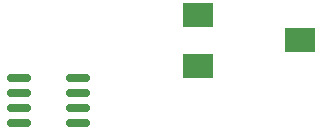
<source format=gbr>
%TF.GenerationSoftware,KiCad,Pcbnew,9.0.0*%
%TF.CreationDate,2025-03-20T23:20:09+05:30*%
%TF.ProjectId,buck_converter,6275636b-5f63-46f6-9e76-65727465722e,rev?*%
%TF.SameCoordinates,Original*%
%TF.FileFunction,Paste,Top*%
%TF.FilePolarity,Positive*%
%FSLAX46Y46*%
G04 Gerber Fmt 4.6, Leading zero omitted, Abs format (unit mm)*
G04 Created by KiCad (PCBNEW 9.0.0) date 2025-03-20 23:20:09*
%MOMM*%
%LPD*%
G01*
G04 APERTURE LIST*
G04 Aperture macros list*
%AMRoundRect*
0 Rectangle with rounded corners*
0 $1 Rounding radius*
0 $2 $3 $4 $5 $6 $7 $8 $9 X,Y pos of 4 corners*
0 Add a 4 corners polygon primitive as box body*
4,1,4,$2,$3,$4,$5,$6,$7,$8,$9,$2,$3,0*
0 Add four circle primitives for the rounded corners*
1,1,$1+$1,$2,$3*
1,1,$1+$1,$4,$5*
1,1,$1+$1,$6,$7*
1,1,$1+$1,$8,$9*
0 Add four rect primitives between the rounded corners*
20,1,$1+$1,$2,$3,$4,$5,0*
20,1,$1+$1,$4,$5,$6,$7,0*
20,1,$1+$1,$6,$7,$8,$9,0*
20,1,$1+$1,$8,$9,$2,$3,0*%
G04 Aperture macros list end*
%ADD10RoundRect,0.150000X-0.825000X-0.150000X0.825000X-0.150000X0.825000X0.150000X-0.825000X0.150000X0*%
%ADD11R,2.500000X2.000000*%
G04 APERTURE END LIST*
D10*
%TO.C,U1*%
X72550000Y-44730000D03*
X72550000Y-46000000D03*
X72550000Y-47270000D03*
X72550000Y-48540000D03*
X77500000Y-48540000D03*
X77500000Y-47270000D03*
X77500000Y-46000000D03*
X77500000Y-44730000D03*
%TD*%
D11*
%TO.C,RV1*%
X87675000Y-43650000D03*
X96325000Y-41500000D03*
X87675000Y-39350000D03*
%TD*%
M02*

</source>
